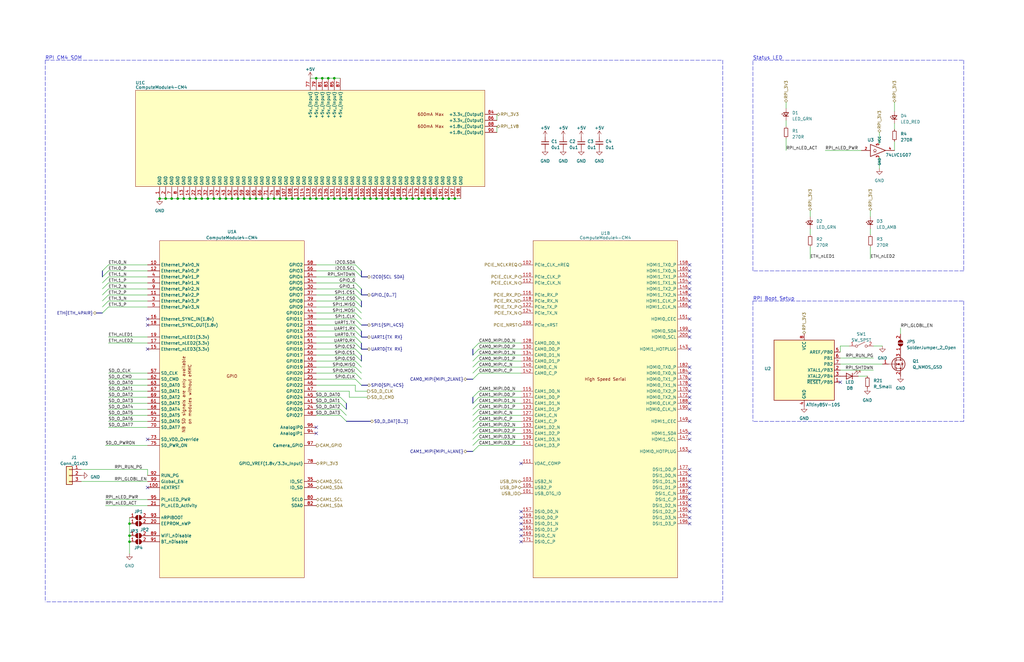
<source format=kicad_sch>
(kicad_sch (version 20210406) (generator eeschema)
  (paper "USLedger")
  (title_block (title "FlySensei RPi Stack - RPi CM4") (date "2021-05-24") (rev "0.1") (company "George Mason University"))
  (bus_alias "MIPI_4LANE" (members "D0_N" "D0_P" "D1_N" "D1_P" "D2_N" "D2_P" "D3_N" "D3_P" "C_N" "C_P"))
  (bus_alias "ETH_4PAIR" (members "0_N" "0_P" "1_N" "1_P" "2_N" "2_P" "3_N" "3_P"))
  (bus_alias "SPI_4CS" (members "MISO" "MOSI" "CLK" "CS0" "CS1" "CS2" "CS3"))
  (bus_alias "MIPI_2LANE" (members "D0_N" "D0_P" "D1_N" "D1_P" "C_N" "C_P"))
  (junction (at 54.61 220.98) (diameter 0.9144))
  (junction (at 54.61 226.06) (diameter 0.9144))
  (junction (at 54.61 228.6) (diameter 0.9144))
  (junction (at 67.31 83.82) (diameter 0.9144))
  (junction (at 69.85 83.82) (diameter 0.9144))
  (junction (at 72.39 83.82) (diameter 0.9144))
  (junction (at 74.93 83.82) (diameter 0.9144))
  (junction (at 77.47 83.82) (diameter 0.9144))
  (junction (at 80.01 83.82) (diameter 0.9144))
  (junction (at 82.55 83.82) (diameter 0.9144))
  (junction (at 85.09 83.82) (diameter 0.9144))
  (junction (at 87.63 83.82) (diameter 0.9144))
  (junction (at 90.17 83.82) (diameter 0.9144))
  (junction (at 92.71 83.82) (diameter 0.9144))
  (junction (at 95.25 83.82) (diameter 0.9144))
  (junction (at 97.79 83.82) (diameter 0.9144))
  (junction (at 100.33 83.82) (diameter 0.9144))
  (junction (at 102.87 83.82) (diameter 0.9144))
  (junction (at 105.41 83.82) (diameter 0.9144))
  (junction (at 107.95 83.82) (diameter 0.9144))
  (junction (at 110.49 83.82) (diameter 0.9144))
  (junction (at 113.03 83.82) (diameter 0.9144))
  (junction (at 115.57 83.82) (diameter 0.9144))
  (junction (at 118.11 83.82) (diameter 0.9144))
  (junction (at 120.65 83.82) (diameter 0.9144))
  (junction (at 123.19 83.82) (diameter 0.9144))
  (junction (at 125.73 83.82) (diameter 0.9144))
  (junction (at 128.27 83.82) (diameter 0.9144))
  (junction (at 130.81 83.82) (diameter 0.9144))
  (junction (at 133.35 33.02) (diameter 0.9144))
  (junction (at 133.35 83.82) (diameter 0.9144))
  (junction (at 135.89 33.02) (diameter 0.9144))
  (junction (at 135.89 83.82) (diameter 0.9144))
  (junction (at 138.43 33.02) (diameter 0.9144))
  (junction (at 138.43 83.82) (diameter 0.9144))
  (junction (at 140.97 33.02) (diameter 0.9144))
  (junction (at 140.97 83.82) (diameter 0.9144))
  (junction (at 143.51 83.82) (diameter 0.9144))
  (junction (at 146.05 83.82) (diameter 0.9144))
  (junction (at 148.59 83.82) (diameter 0.9144))
  (junction (at 151.13 83.82) (diameter 0.9144))
  (junction (at 153.67 83.82) (diameter 0.9144))
  (junction (at 156.21 83.82) (diameter 0.9144))
  (junction (at 158.75 83.82) (diameter 0.9144))
  (junction (at 161.29 83.82) (diameter 0.9144))
  (junction (at 163.83 83.82) (diameter 0.9144))
  (junction (at 166.37 83.82) (diameter 0.9144))
  (junction (at 168.91 83.82) (diameter 0.9144))
  (junction (at 171.45 83.82) (diameter 0.9144))
  (junction (at 173.99 83.82) (diameter 0.9144))
  (junction (at 176.53 83.82) (diameter 0.9144))
  (junction (at 179.07 83.82) (diameter 0.9144))
  (junction (at 181.61 83.82) (diameter 0.9144))
  (junction (at 184.15 83.82) (diameter 0.9144))
  (junction (at 186.69 83.82) (diameter 0.9144))
  (junction (at 189.23 83.82) (diameter 0.9144))
  (junction (at 191.77 83.82) (diameter 0.9144))
  (no_connect (at 62.23 134.62))
  (no_connect (at 62.23 137.16))
  (no_connect (at 62.23 147.32))
  (no_connect (at 62.23 185.42))
  (no_connect (at 62.23 205.74))
  (no_connect (at 133.35 180.34))
  (no_connect (at 133.35 182.88))
  (no_connect (at 219.71 195.58))
  (no_connect (at 219.71 215.9))
  (no_connect (at 219.71 218.44))
  (no_connect (at 219.71 220.98))
  (no_connect (at 219.71 223.52))
  (no_connect (at 219.71 226.06))
  (no_connect (at 219.71 228.6))
  (no_connect (at 290.83 111.76))
  (no_connect (at 290.83 114.3))
  (no_connect (at 290.83 116.84))
  (no_connect (at 290.83 119.38))
  (no_connect (at 290.83 121.92))
  (no_connect (at 290.83 124.46))
  (no_connect (at 290.83 127))
  (no_connect (at 290.83 129.54))
  (no_connect (at 290.83 134.62))
  (no_connect (at 290.83 139.7))
  (no_connect (at 290.83 142.24))
  (no_connect (at 290.83 147.32))
  (no_connect (at 290.83 154.94))
  (no_connect (at 290.83 157.48))
  (no_connect (at 290.83 160.02))
  (no_connect (at 290.83 162.56))
  (no_connect (at 290.83 165.1))
  (no_connect (at 290.83 167.64))
  (no_connect (at 290.83 170.18))
  (no_connect (at 290.83 172.72))
  (no_connect (at 290.83 177.8))
  (no_connect (at 290.83 182.88))
  (no_connect (at 290.83 185.42))
  (no_connect (at 290.83 190.5))
  (no_connect (at 290.83 198.12))
  (no_connect (at 290.83 200.66))
  (no_connect (at 290.83 203.2))
  (no_connect (at 290.83 205.74))
  (no_connect (at 290.83 208.28))
  (no_connect (at 290.83 210.82))
  (no_connect (at 290.83 213.36))
  (no_connect (at 290.83 215.9))
  (no_connect (at 290.83 218.44))
  (no_connect (at 290.83 220.98))
  (no_connect (at 354.33 161.29))
  (bus_entry (at 43.18 114.3) (size 2.54 -2.54) (stroke (width 0.1524)))
  (bus_entry (at 43.18 116.84) (size 2.54 -2.54) (stroke (width 0.1524)))
  (bus_entry (at 43.18 119.38) (size 2.54 -2.54) (stroke (width 0.1524)))
  (bus_entry (at 43.18 121.92) (size 2.54 -2.54) (stroke (width 0.1524)))
  (bus_entry (at 43.18 124.46) (size 2.54 -2.54) (stroke (width 0.1524)))
  (bus_entry (at 43.18 127) (size 2.54 -2.54) (stroke (width 0.1524)))
  (bus_entry (at 43.18 129.54) (size 2.54 -2.54) (stroke (width 0.1524)))
  (bus_entry (at 43.18 132.08) (size 2.54 -2.54) (stroke (width 0.1524)))
  (bus_entry (at 143.51 167.64) (size 2.54 2.54) (stroke (width 0.1524)))
  (bus_entry (at 143.51 170.18) (size 2.54 2.54) (stroke (width 0.1524)))
  (bus_entry (at 143.51 172.72) (size 2.54 2.54) (stroke (width 0.1524)))
  (bus_entry (at 143.51 175.26) (size 2.54 2.54) (stroke (width 0.1524)))
  (bus_entry (at 149.86 111.76) (size 2.54 2.54) (stroke (width 0.1524)))
  (bus_entry (at 149.86 114.3) (size 2.54 2.54) (stroke (width 0.1524)))
  (bus_entry (at 149.86 119.38) (size 2.54 2.54) (stroke (width 0.1524)))
  (bus_entry (at 149.86 121.92) (size 2.54 2.54) (stroke (width 0.1524)))
  (bus_entry (at 149.86 124.46) (size 2.54 2.54) (stroke (width 0.1524)))
  (bus_entry (at 149.86 127) (size 2.54 2.54) (stroke (width 0.1524)))
  (bus_entry (at 149.86 129.54) (size 2.54 2.54) (stroke (width 0.1524)))
  (bus_entry (at 149.86 132.08) (size 2.54 2.54) (stroke (width 0.1524)))
  (bus_entry (at 149.86 134.62) (size 2.54 2.54) (stroke (width 0.1524)))
  (bus_entry (at 149.86 137.16) (size 2.54 2.54) (stroke (width 0.1524)))
  (bus_entry (at 149.86 139.7) (size 2.54 2.54) (stroke (width 0.1524)))
  (bus_entry (at 149.86 142.24) (size 2.54 2.54) (stroke (width 0.1524)))
  (bus_entry (at 149.86 144.78) (size 2.54 2.54) (stroke (width 0.1524)))
  (bus_entry (at 149.86 147.32) (size 2.54 2.54) (stroke (width 0.1524)))
  (bus_entry (at 149.86 149.86) (size 2.54 2.54) (stroke (width 0.1524)))
  (bus_entry (at 149.86 152.4) (size 2.54 2.54) (stroke (width 0.1524)))
  (bus_entry (at 149.86 154.94) (size 2.54 2.54) (stroke (width 0.1524)))
  (bus_entry (at 149.86 157.48) (size 2.54 2.54) (stroke (width 0.1524)))
  (bus_entry (at 149.86 160.02) (size 2.54 2.54) (stroke (width 0.1524)))
  (bus_entry (at 199.39 147.32) (size 2.54 -2.54) (stroke (width 0.1524)))
  (bus_entry (at 199.39 149.86) (size 2.54 -2.54) (stroke (width 0.1524)))
  (bus_entry (at 199.39 152.4) (size 2.54 -2.54) (stroke (width 0.1524)))
  (bus_entry (at 199.39 154.94) (size 2.54 -2.54) (stroke (width 0.1524)))
  (bus_entry (at 199.39 157.48) (size 2.54 -2.54) (stroke (width 0.1524)))
  (bus_entry (at 199.39 160.02) (size 2.54 -2.54) (stroke (width 0.1524)))
  (bus_entry (at 199.39 167.64) (size 2.54 -2.54) (stroke (width 0.1524)))
  (bus_entry (at 199.39 170.18) (size 2.54 -2.54) (stroke (width 0.1524)))
  (bus_entry (at 199.39 172.72) (size 2.54 -2.54) (stroke (width 0.1524)))
  (bus_entry (at 199.39 175.26) (size 2.54 -2.54) (stroke (width 0.1524)))
  (bus_entry (at 199.39 177.8) (size 2.54 -2.54) (stroke (width 0.1524)))
  (bus_entry (at 199.39 180.34) (size 2.54 -2.54) (stroke (width 0.1524)))
  (bus_entry (at 199.39 182.88) (size 2.54 -2.54) (stroke (width 0.1524)))
  (bus_entry (at 199.39 185.42) (size 2.54 -2.54) (stroke (width 0.1524)))
  (bus_entry (at 199.39 187.96) (size 2.54 -2.54) (stroke (width 0.1524)))
  (bus_entry (at 199.39 190.5) (size 2.54 -2.54) (stroke (width 0.1524)))
  (wire (pts (xy 34.29 198.12) (xy 62.23 198.12)))
  (wire (pts (xy 34.29 203.2) (xy 62.23 203.2)))
  (wire (pts (xy 44.45 187.96) (xy 62.23 187.96)))
  (wire (pts (xy 44.45 210.82) (xy 62.23 210.82)))
  (wire (pts (xy 44.45 213.36) (xy 62.23 213.36)))
  (wire (pts (xy 45.72 111.76) (xy 62.23 111.76)))
  (wire (pts (xy 45.72 114.3) (xy 62.23 114.3)))
  (wire (pts (xy 45.72 116.84) (xy 62.23 116.84)))
  (wire (pts (xy 45.72 119.38) (xy 62.23 119.38)))
  (wire (pts (xy 45.72 121.92) (xy 62.23 121.92)))
  (wire (pts (xy 45.72 124.46) (xy 62.23 124.46)))
  (wire (pts (xy 45.72 127) (xy 62.23 127)))
  (wire (pts (xy 45.72 129.54) (xy 62.23 129.54)))
  (wire (pts (xy 45.72 142.24) (xy 62.23 142.24)))
  (wire (pts (xy 45.72 144.78) (xy 62.23 144.78)))
  (wire (pts (xy 45.72 157.48) (xy 62.23 157.48)))
  (wire (pts (xy 45.72 160.02) (xy 62.23 160.02)))
  (wire (pts (xy 45.72 162.56) (xy 62.23 162.56)))
  (wire (pts (xy 45.72 165.1) (xy 62.23 165.1)))
  (wire (pts (xy 45.72 167.64) (xy 62.23 167.64)))
  (wire (pts (xy 45.72 170.18) (xy 62.23 170.18)))
  (wire (pts (xy 45.72 172.72) (xy 62.23 172.72)))
  (wire (pts (xy 45.72 175.26) (xy 62.23 175.26)))
  (wire (pts (xy 45.72 177.8) (xy 62.23 177.8)))
  (wire (pts (xy 45.72 180.34) (xy 62.23 180.34)))
  (wire (pts (xy 54.61 220.98) (xy 54.61 218.44)))
  (wire (pts (xy 54.61 220.98) (xy 54.61 226.06)))
  (wire (pts (xy 54.61 226.06) (xy 54.61 228.6)))
  (wire (pts (xy 54.61 228.6) (xy 54.61 233.68)))
  (wire (pts (xy 62.23 200.66) (xy 62.23 198.12)))
  (wire (pts (xy 67.31 83.82) (xy 69.85 83.82)))
  (wire (pts (xy 69.85 83.82) (xy 72.39 83.82)))
  (wire (pts (xy 72.39 83.82) (xy 74.93 83.82)))
  (wire (pts (xy 74.93 83.82) (xy 77.47 83.82)))
  (wire (pts (xy 77.47 83.82) (xy 80.01 83.82)))
  (wire (pts (xy 80.01 83.82) (xy 82.55 83.82)))
  (wire (pts (xy 82.55 83.82) (xy 85.09 83.82)))
  (wire (pts (xy 85.09 83.82) (xy 87.63 83.82)))
  (wire (pts (xy 87.63 83.82) (xy 90.17 83.82)))
  (wire (pts (xy 90.17 83.82) (xy 92.71 83.82)))
  (wire (pts (xy 92.71 83.82) (xy 95.25 83.82)))
  (wire (pts (xy 95.25 83.82) (xy 97.79 83.82)))
  (wire (pts (xy 97.79 83.82) (xy 100.33 83.82)))
  (wire (pts (xy 100.33 83.82) (xy 102.87 83.82)))
  (wire (pts (xy 102.87 83.82) (xy 105.41 83.82)))
  (wire (pts (xy 105.41 83.82) (xy 107.95 83.82)))
  (wire (pts (xy 107.95 83.82) (xy 110.49 83.82)))
  (wire (pts (xy 110.49 83.82) (xy 113.03 83.82)))
  (wire (pts (xy 113.03 83.82) (xy 115.57 83.82)))
  (wire (pts (xy 115.57 83.82) (xy 118.11 83.82)))
  (wire (pts (xy 118.11 83.82) (xy 120.65 83.82)))
  (wire (pts (xy 120.65 83.82) (xy 123.19 83.82)))
  (wire (pts (xy 123.19 83.82) (xy 125.73 83.82)))
  (wire (pts (xy 125.73 83.82) (xy 128.27 83.82)))
  (wire (pts (xy 128.27 83.82) (xy 130.81 83.82)))
  (wire (pts (xy 130.81 33.02) (xy 133.35 33.02)))
  (wire (pts (xy 130.81 83.82) (xy 133.35 83.82)))
  (wire (pts (xy 133.35 33.02) (xy 135.89 33.02)))
  (wire (pts (xy 133.35 83.82) (xy 135.89 83.82)))
  (wire (pts (xy 133.35 111.76) (xy 149.86 111.76)))
  (wire (pts (xy 133.35 114.3) (xy 149.86 114.3)))
  (wire (pts (xy 133.35 116.84) (xy 149.86 116.84)))
  (wire (pts (xy 133.35 119.38) (xy 149.86 119.38)))
  (wire (pts (xy 133.35 121.92) (xy 149.86 121.92)))
  (wire (pts (xy 133.35 124.46) (xy 149.86 124.46)))
  (wire (pts (xy 133.35 127) (xy 149.86 127)))
  (wire (pts (xy 133.35 129.54) (xy 149.86 129.54)))
  (wire (pts (xy 133.35 132.08) (xy 149.86 132.08)))
  (wire (pts (xy 133.35 134.62) (xy 149.86 134.62)))
  (wire (pts (xy 133.35 137.16) (xy 149.86 137.16)))
  (wire (pts (xy 133.35 139.7) (xy 149.86 139.7)))
  (wire (pts (xy 133.35 142.24) (xy 149.86 142.24)))
  (wire (pts (xy 133.35 144.78) (xy 149.86 144.78)))
  (wire (pts (xy 133.35 147.32) (xy 149.86 147.32)))
  (wire (pts (xy 133.35 149.86) (xy 149.86 149.86)))
  (wire (pts (xy 133.35 152.4) (xy 149.86 152.4)))
  (wire (pts (xy 133.35 154.94) (xy 149.86 154.94)))
  (wire (pts (xy 133.35 157.48) (xy 149.86 157.48)))
  (wire (pts (xy 133.35 160.02) (xy 149.86 160.02)))
  (wire (pts (xy 133.35 162.56) (xy 149.86 162.56)))
  (wire (pts (xy 133.35 165.1) (xy 147.32 165.1)))
  (wire (pts (xy 133.35 167.64) (xy 143.51 167.64)))
  (wire (pts (xy 133.35 170.18) (xy 143.51 170.18)))
  (wire (pts (xy 133.35 172.72) (xy 143.51 172.72)))
  (wire (pts (xy 133.35 175.26) (xy 143.51 175.26)))
  (wire (pts (xy 135.89 33.02) (xy 138.43 33.02)))
  (wire (pts (xy 135.89 83.82) (xy 138.43 83.82)))
  (wire (pts (xy 138.43 33.02) (xy 140.97 33.02)))
  (wire (pts (xy 138.43 83.82) (xy 140.97 83.82)))
  (wire (pts (xy 140.97 33.02) (xy 143.51 33.02)))
  (wire (pts (xy 140.97 83.82) (xy 143.51 83.82)))
  (wire (pts (xy 143.51 83.82) (xy 146.05 83.82)))
  (wire (pts (xy 146.05 83.82) (xy 148.59 83.82)))
  (wire (pts (xy 147.32 167.64) (xy 147.32 165.1)))
  (wire (pts (xy 148.59 83.82) (xy 151.13 83.82)))
  (wire (pts (xy 149.86 162.56) (xy 149.86 165.1)))
  (wire (pts (xy 149.86 165.1) (xy 154.94 165.1)))
  (wire (pts (xy 151.13 83.82) (xy 153.67 83.82)))
  (wire (pts (xy 153.67 83.82) (xy 156.21 83.82)))
  (wire (pts (xy 154.94 167.64) (xy 147.32 167.64)))
  (wire (pts (xy 156.21 83.82) (xy 158.75 83.82)))
  (wire (pts (xy 158.75 83.82) (xy 161.29 83.82)))
  (wire (pts (xy 161.29 83.82) (xy 163.83 83.82)))
  (wire (pts (xy 163.83 83.82) (xy 166.37 83.82)))
  (wire (pts (xy 166.37 83.82) (xy 168.91 83.82)))
  (wire (pts (xy 168.91 83.82) (xy 171.45 83.82)))
  (wire (pts (xy 171.45 83.82) (xy 173.99 83.82)))
  (wire (pts (xy 173.99 83.82) (xy 176.53 83.82)))
  (wire (pts (xy 176.53 83.82) (xy 179.07 83.82)))
  (wire (pts (xy 179.07 83.82) (xy 181.61 83.82)))
  (wire (pts (xy 181.61 83.82) (xy 184.15 83.82)))
  (wire (pts (xy 184.15 83.82) (xy 186.69 83.82)))
  (wire (pts (xy 186.69 83.82) (xy 189.23 83.82)))
  (wire (pts (xy 189.23 83.82) (xy 191.77 83.82)))
  (wire (pts (xy 191.77 83.82) (xy 194.31 83.82)))
  (wire (pts (xy 201.93 144.78) (xy 219.71 144.78)))
  (wire (pts (xy 201.93 147.32) (xy 219.71 147.32)))
  (wire (pts (xy 201.93 149.86) (xy 219.71 149.86)))
  (wire (pts (xy 201.93 152.4) (xy 219.71 152.4)))
  (wire (pts (xy 201.93 154.94) (xy 219.71 154.94)))
  (wire (pts (xy 201.93 157.48) (xy 219.71 157.48)))
  (wire (pts (xy 201.93 165.1) (xy 219.71 165.1)))
  (wire (pts (xy 201.93 167.64) (xy 219.71 167.64)))
  (wire (pts (xy 201.93 170.18) (xy 219.71 170.18)))
  (wire (pts (xy 201.93 172.72) (xy 219.71 172.72)))
  (wire (pts (xy 201.93 175.26) (xy 219.71 175.26)))
  (wire (pts (xy 201.93 177.8) (xy 219.71 177.8)))
  (wire (pts (xy 201.93 180.34) (xy 219.71 180.34)))
  (wire (pts (xy 201.93 182.88) (xy 219.71 182.88)))
  (wire (pts (xy 201.93 185.42) (xy 219.71 185.42)))
  (wire (pts (xy 201.93 187.96) (xy 219.71 187.96)))
  (wire (pts (xy 209.55 48.26) (xy 209.55 50.8)))
  (wire (pts (xy 209.55 53.34) (xy 209.55 55.88)))
  (wire (pts (xy 331.47 43.18) (xy 331.47 45.72)))
  (wire (pts (xy 331.47 50.8) (xy 331.47 53.34)))
  (wire (pts (xy 331.47 58.42) (xy 331.47 63.5)))
  (wire (pts (xy 341.63 88.9) (xy 341.63 91.44)))
  (wire (pts (xy 341.63 96.52) (xy 341.63 99.06)))
  (wire (pts (xy 341.63 104.14) (xy 341.63 109.22)))
  (wire (pts (xy 347.98 63.5) (xy 363.22 63.5)))
  (wire (pts (xy 354.33 146.05) (xy 358.14 146.05)))
  (wire (pts (xy 354.33 148.59) (xy 354.33 146.05)))
  (wire (pts (xy 354.33 151.13) (xy 368.3 151.13)))
  (wire (pts (xy 354.33 153.67) (xy 372.11 153.67)))
  (wire (pts (xy 354.33 156.21) (xy 368.3 156.21)))
  (wire (pts (xy 361.95 158.75) (xy 365.76 158.75)))
  (wire (pts (xy 367.03 88.9) (xy 367.03 91.44)))
  (wire (pts (xy 367.03 96.52) (xy 367.03 99.06)))
  (wire (pts (xy 367.03 104.14) (xy 367.03 109.22)))
  (wire (pts (xy 368.3 146.05) (xy 372.11 146.05)))
  (wire (pts (xy 370.84 55.88) (xy 370.84 60.96)))
  (wire (pts (xy 370.84 66.04) (xy 370.84 71.12)))
  (wire (pts (xy 377.19 43.18) (xy 377.19 46.99)))
  (wire (pts (xy 377.19 52.07) (xy 377.19 54.61)))
  (wire (pts (xy 377.19 59.69) (xy 377.19 63.5)))
  (wire (pts (xy 379.73 138.43) (xy 379.73 140.97)))
  (bus (pts (xy 40.64 132.08) (xy 43.18 132.08)))
  (bus (pts (xy 43.18 114.3) (xy 43.18 132.08)))
  (bus (pts (xy 146.05 170.18) (xy 146.05 177.8)))
  (bus (pts (xy 146.05 177.8) (xy 156.21 177.8)))
  (bus (pts (xy 152.4 114.3) (xy 152.4 116.84)))
  (bus (pts (xy 152.4 116.84) (xy 154.94 116.84)))
  (bus (pts (xy 152.4 121.92) (xy 152.4 124.46)))
  (bus (pts (xy 152.4 124.46) (xy 154.94 124.46)))
  (bus (pts (xy 152.4 127) (xy 152.4 137.16)))
  (bus (pts (xy 152.4 137.16) (xy 154.94 137.16)))
  (bus (pts (xy 152.4 139.7) (xy 152.4 142.24)))
  (bus (pts (xy 152.4 142.24) (xy 154.94 142.24)))
  (bus (pts (xy 152.4 144.78) (xy 152.4 147.32)))
  (bus (pts (xy 152.4 147.32) (xy 154.94 147.32)))
  (bus (pts (xy 152.4 149.86) (xy 152.4 162.56)))
  (bus (pts (xy 152.4 162.56) (xy 154.94 162.56)))
  (bus (pts (xy 196.85 160.02) (xy 199.39 160.02)))
  (bus (pts (xy 196.85 190.5) (xy 199.39 190.5)))
  (bus (pts (xy 199.39 147.32) (xy 199.39 160.02)))
  (bus (pts (xy 199.39 167.64) (xy 199.39 190.5)))
  (polyline (pts (xy 19.05 25.4) (xy 19.05 254)) (stroke (width 0) (type dash)))
  (polyline (pts (xy 19.05 25.4) (xy 304.8 25.4)) (stroke (width 0) (type dash)))
  (polyline (pts (xy 304.8 25.4) (xy 304.8 254)) (stroke (width 0) (type dash)))
  (polyline (pts (xy 304.8 254) (xy 19.05 254)) (stroke (width 0) (type dash)))
  (polyline (pts (xy 317.5 25.4) (xy 406.4 25.4)) (stroke (width 0) (type dash)))
  (polyline (pts (xy 317.5 114.3) (xy 317.5 25.4)) (stroke (width 0) (type dash)))
  (polyline (pts (xy 317.5 127) (xy 317.5 177.8)) (stroke (width 0) (type dash)))
  (polyline (pts (xy 317.5 127) (xy 406.4 127)) (stroke (width 0) (type dash)))
  (polyline (pts (xy 406.4 25.4) (xy 406.4 114.3)) (stroke (width 0) (type dash)))
  (polyline (pts (xy 406.4 114.3) (xy 317.5 114.3)) (stroke (width 0) (type dash)))
  (polyline (pts (xy 406.4 127) (xy 406.4 177.8)) (stroke (width 0) (type dash)))
  (polyline (pts (xy 406.4 177.8) (xy 317.5 177.8)) (stroke (width 0) (type dash)))
  (text "RPI CM4 SOM\n" (at 19.05 25.4 0) (effects (font (size 1.5 1.5)) (justify left bottom)))
  (text "Status LED" (at 317.5 25.4 0) (effects (font (size 1.5 1.5)) (justify left bottom)))
  (text "RPI Boot Setup" (at 317.5 127 0) (effects (font (size 1.5 1.5)) (justify left bottom)))
  (label "SD_O_PWRON" (at 44.45 187.96 0))
  (label "RPI_nLED_PWR" (at 44.45 210.82 0))
  (label "RPI_nLED_ACT" (at 44.45 213.36 0))
  (label "ETH.0_N" (at 45.72 111.76 0))
  (label "ETH.0_P" (at 45.72 114.3 0))
  (label "ETH.1_N" (at 45.72 116.84 0))
  (label "ETH.1_P" (at 45.72 119.38 0))
  (label "ETH.2_N" (at 45.72 121.92 0))
  (label "ETH.2_P" (at 45.72 124.46 0))
  (label "ETH.3_N" (at 45.72 127 0))
  (label "ETH.3_P" (at 45.72 129.54 0))
  (label "ETH_nLED1" (at 45.72 142.24 0))
  (label "ETH_nLED2" (at 45.72 144.78 0))
  (label "SD_O_CLK" (at 45.72 157.48 0))
  (label "SD_O_CMD" (at 45.72 160.02 0))
  (label "SD_O_DAT0" (at 45.72 162.56 0))
  (label "SD_O_DAT1" (at 45.72 165.1 0))
  (label "SD_O_DAT2" (at 45.72 167.64 0))
  (label "SD_O_DAT3" (at 45.72 170.18 0))
  (label "SD_O_DAT4" (at 45.72 172.72 0))
  (label "SD_O_DAT5" (at 45.72 175.26 0))
  (label "SD_O_DAT6" (at 45.72 177.8 0))
  (label "SD_O_DAT7" (at 45.72 180.34 0))
  (label "RPI_RUN_PG" (at 48.26 198.12 0))
  (label "RPI_GLOBL_EN" (at 48.26 203.2 0))
  (label "SD_D_DAT0" (at 143.51 167.64 180))
  (label "SD_D_DAT1" (at 143.51 170.18 180))
  (label "SD_D_DAT2" (at 143.51 172.72 180))
  (label "SD_D_DAT3" (at 143.51 175.26 180))
  (label "I2C0.SDA" (at 149.86 111.76 180))
  (label "I2C0.SCL" (at 149.86 114.3 180))
  (label "RPI_SHTDWN" (at 149.86 116.84 180))
  (label "GPIO_0" (at 149.86 119.38 180))
  (label "GPIO_1" (at 149.86 121.92 180))
  (label "SPI1.CS1" (at 149.86 124.46 180))
  (label "SPI1.CS0" (at 149.86 127 180))
  (label "SPI1.MISO" (at 149.86 129.54 180))
  (label "SPI1.MOSI" (at 149.86 132.08 180))
  (label "SPI1.CLK" (at 149.86 134.62 180))
  (label "UART1.TX" (at 149.86 137.16 180))
  (label "UART1.RX" (at 149.86 139.7 180))
  (label "UART0.TX" (at 149.86 142.24 180))
  (label "UART0.RX" (at 149.86 144.78 180))
  (label "SPI0.CS2" (at 149.86 147.32 180))
  (label "SPI0.CS1" (at 149.86 149.86 180))
  (label "SPI0.CS0" (at 149.86 152.4 180))
  (label "SPI0.MISO" (at 149.86 154.94 180))
  (label "SPI0.MOSI" (at 149.86 157.48 180))
  (label "SPI0.CLK" (at 149.86 160.02 180))
  (label "CAM0_MIPI.D0_N" (at 201.93 144.78 0))
  (label "CAM0_MIPI.D0_P" (at 201.93 147.32 0))
  (label "CAM0_MIPI.D1_N" (at 201.93 149.86 0))
  (label "CAM0_MIPI.D1_P" (at 201.93 152.4 0))
  (label "CAM0_MIPI.C_N" (at 201.93 154.94 0))
  (label "CAM0_MIPI.C_P" (at 201.93 157.48 0))
  (label "CAM1_MIPI.D0_N" (at 201.93 165.1 0))
  (label "CAM1_MIPI.D0_P" (at 201.93 167.64 0))
  (label "CAM1_MIPI.D1_N" (at 201.93 170.18 0))
  (label "CAM1_MIPI.D1_P" (at 201.93 172.72 0))
  (label "CAM1_MIPI.C_N" (at 201.93 175.26 0))
  (label "CAM1_MIPI.C_P" (at 201.93 177.8 0))
  (label "CAM1_MIPI.D2_N" (at 201.93 180.34 0))
  (label "CAM1_MIPI.D2_P" (at 201.93 182.88 0))
  (label "CAM1_MIPI.D3_N" (at 201.93 185.42 0))
  (label "CAM1_MIPI.D3_P" (at 201.93 187.96 0))
  (label "RPI_nLED_ACT" (at 331.47 63.5 0))
  (label "ETH_nLED1" (at 341.63 109.22 0))
  (label "RPI_nLED_PWR" (at 347.98 63.5 0))
  (label "ETH_nLED2" (at 367.03 109.22 0))
  (label "RPI_RUN_PG" (at 368.3 151.13 180))
  (label "RPI_SHTDWN" (at 368.3 156.21 180))
  (label "RPI_GLOBL_EN" (at 379.73 138.43 0))
  (hierarchical_label "ETH{ETH_4PAIR}" (shape bidirectional) (at 40.64 132.08 180))
  (hierarchical_label "CAM_GPIO" (shape output) (at 133.35 187.96 0))
  (hierarchical_label "RPI_3V3" (shape bidirectional) (at 133.35 195.58 0))
  (hierarchical_label "CAM0_SCL" (shape bidirectional) (at 133.35 203.2 0))
  (hierarchical_label "CAM0_SDA" (shape bidirectional) (at 133.35 205.74 0))
  (hierarchical_label "CAM1_SCL" (shape bidirectional) (at 133.35 210.82 0))
  (hierarchical_label "CAM1_SDA" (shape bidirectional) (at 133.35 213.36 0))
  (hierarchical_label "I2C0{SCL SDA}" (shape bidirectional) (at 154.94 116.84 0))
  (hierarchical_label "GPIO_[0..7]" (shape bidirectional) (at 154.94 124.46 0))
  (hierarchical_label "SPI1{SPI_4CS}" (shape bidirectional) (at 154.94 137.16 0))
  (hierarchical_label "UART1{TX RX}" (shape bidirectional) (at 154.94 142.24 0))
  (hierarchical_label "UART0{TX RX}" (shape bidirectional) (at 154.94 147.32 0))
  (hierarchical_label "SPI0{SPI_4CS}" (shape bidirectional) (at 154.94 162.56 0))
  (hierarchical_label "SD_D_CLK" (shape output) (at 154.94 165.1 0))
  (hierarchical_label "SD_D_CMD" (shape output) (at 154.94 167.64 0))
  (hierarchical_label "SD_D_DAT[0..3]" (shape bidirectional) (at 156.21 177.8 0))
  (hierarchical_label "CAM0_MIPI{MIPI_2LANE}" (shape bidirectional) (at 196.85 160.02 180))
  (hierarchical_label "CAM1_MIPI{MIPI_4LANE}" (shape bidirectional) (at 196.85 190.5 180))
  (hierarchical_label "RPI_3V3" (shape bidirectional) (at 209.55 48.26 0))
  (hierarchical_label "RPI_1V8" (shape bidirectional) (at 209.55 53.34 0))
  (hierarchical_label "PCIE_NCLKREQ" (shape output) (at 219.71 111.76 180))
  (hierarchical_label "PCIE_CLK_P" (shape output) (at 219.71 116.84 180))
  (hierarchical_label "PCIE_CLK_N" (shape output) (at 219.71 119.38 180))
  (hierarchical_label "PCIE_RX_P" (shape input) (at 219.71 124.46 180))
  (hierarchical_label "PCIE_RX_N" (shape input) (at 219.71 127 180))
  (hierarchical_label "PCIE_TX_P" (shape output) (at 219.71 129.54 180))
  (hierarchical_label "PCIE_TX_N" (shape output) (at 219.71 132.08 180))
  (hierarchical_label "PCIE_NRST" (shape output) (at 219.71 137.16 180))
  (hierarchical_label "USB_DN" (shape bidirectional) (at 219.71 203.2 180))
  (hierarchical_label "USB_DP" (shape bidirectional) (at 219.71 205.74 180))
  (hierarchical_label "USB_ID" (shape input) (at 219.71 208.28 180))
  (hierarchical_label "RPI_3V3" (shape bidirectional) (at 331.47 43.18 90))
  (hierarchical_label "RPI_3V3" (shape bidirectional) (at 339.09 140.97 90))
  (hierarchical_label "RPI_3V3" (shape bidirectional) (at 341.63 88.9 90))
  (hierarchical_label "RPI_3V3" (shape bidirectional) (at 367.03 88.9 90))
  (hierarchical_label "RPI_3V3" (shape bidirectional) (at 370.84 55.88 90))
  (hierarchical_label "RPI_3V3" (shape bidirectional) (at 377.19 43.18 90))
  (symbol (lib_id "power:+5V") (at 130.81 33.02 0) (unit 1)
    (property "Reference" "#PWR0117" (effects hide))
    (property "Value" "+5V" (at 130.81 29.21 0))
  )
  (symbol (lib_id "power:+5V") (at 229.87 57.785 0) (unit 1)
    (property "Reference" "#PWR0109" (effects hide))
    (property "Value" "+5V" (at 229.87 53.975 0))
  )
  (symbol (lib_id "power:+5V") (at 237.49 57.785 0) (unit 1)
    (property "Reference" "#PWR0112" (effects hide))
    (property "Value" "+5V" (at 237.49 53.975 0))
  )
  (symbol (lib_id "power:+5V") (at 245.11 57.785 0) (unit 1)
    (property "Reference" "#PWR0105" (effects hide))
    (property "Value" "+5V" (at 245.11 53.975 0))
  )
  (symbol (lib_id "power:+5V") (at 252.73 57.785 0) (unit 1)
    (property "Reference" "#PWR0108" (effects hide))
    (property "Value" "+5V" (at 252.73 53.975 0))
  )
  (symbol (lib_id "power:GND") (at 34.29 200.66 90) (unit 1)
    (property "Reference" "#PWR0124" (effects hide))
    (property "Value" "GND" (at 38.1 201.2949 90) (effects (justify right)))
  )
  (symbol (lib_id "power:GND") (at 54.61 233.68 0) (unit 1)
    (property "Reference" "#PWR0123" (effects hide))
    (property "Value" "GND" (at 54.61 238.76 0))
  )
  (symbol (lib_id "power:GND") (at 67.31 83.82 0) (unit 1)
    (property "Reference" "#PWR0121" (effects hide))
    (property "Value" "GND" (at 67.31 88.9 0))
  )
  (symbol (lib_id "power:GND") (at 229.87 62.865 0) (unit 1)
    (property "Reference" "#PWR0110" (effects hide))
    (property "Value" "GND" (at 229.87 67.945 0))
  )
  (symbol (lib_id "power:GND") (at 237.49 62.865 0) (unit 1)
    (property "Reference" "#PWR0111" (effects hide))
    (property "Value" "GND" (at 237.49 67.945 0))
  )
  (symbol (lib_id "power:GND") (at 245.11 62.865 0) (unit 1)
    (property "Reference" "#PWR0106" (effects hide))
    (property "Value" "GND" (at 245.11 67.945 0))
  )
  (symbol (lib_id "power:GND") (at 252.73 62.865 0) (unit 1)
    (property "Reference" "#PWR0107" (effects hide))
    (property "Value" "GND" (at 252.73 67.945 0))
  )
  (symbol (lib_id "power:GND") (at 339.09 171.45 0) (unit 1)
    (property "Reference" "#PWR0115" (effects hide))
    (property "Value" "GND" (at 339.09 176.53 0))
  )
  (symbol (lib_id "power:GND") (at 365.76 163.83 0) (unit 1)
    (property "Reference" "#PWR0189" (effects hide))
    (property "Value" "GND" (at 365.76 168.91 0))
  )
  (symbol (lib_id "power:GND") (at 370.84 71.12 0) (unit 1)
    (property "Reference" "#PWR0116" (effects hide))
    (property "Value" "GND" (at 370.84 76.2 0))
  )
  (symbol (lib_id "power:GND") (at 372.11 146.05 0) (unit 1)
    (property "Reference" "#PWR0114" (effects hide))
    (property "Value" "GND" (at 372.11 151.13 0))
  )
  (symbol (lib_id "power:GND") (at 379.73 158.75 0) (unit 1)
    (property "Reference" "#PWR0113" (effects hide))
    (property "Value" "GND" (at 379.73 163.83 0))
  )
  (symbol (lib_id "Device:R_Small") (at 331.47 55.88 0) (unit 1)
    (property "Reference" "R1" (at 334.01 55.2449 0) (effects (justify left)))
    (property "Value" "270R" (at 334.01 57.7849 0) (effects (justify left)))
  )
  (symbol (lib_id "Device:R_Small") (at 341.63 101.6 0) (unit 1)
    (property "Reference" "R2" (at 344.17 100.9649 0) (effects (justify left)))
    (property "Value" "270R" (at 344.17 103.5049 0) (effects (justify left)))
  )
  (symbol (lib_id "Device:R_Small") (at 365.76 161.29 0) (unit 1)
    (property "Reference" "R21" (at 368.3 160.6549 0) (effects (justify left)))
    (property "Value" "R_Small" (at 368.3 163.1949 0) (effects (justify left)))
  )
  (symbol (lib_id "Device:R_Small") (at 367.03 101.6 0) (unit 1)
    (property "Reference" "R3" (at 369.57 100.9649 0) (effects (justify left)))
    (property "Value" "270R" (at 369.57 103.5049 0) (effects (justify left)))
  )
  (symbol (lib_id "Device:R_Small") (at 377.19 57.15 0) (unit 1)
    (property "Reference" "R4" (at 379.73 56.5149 0) (effects (justify left)))
    (property "Value" "270R" (at 379.73 59.0549 0) (effects (justify left)))
  )
  (symbol (lib_id "Jumper:SolderJumper_2_Open") (at 58.42 218.44 0) (unit 1)
    (property "Reference" "JP1" (at 58.42 215.9 0))
    (property "Value" "SolderJumper_2_Open" (effects hide))
  )
  (symbol (lib_id "Jumper:SolderJumper_2_Open") (at 58.42 220.98 0) (unit 1)
    (property "Reference" "JP2" (at 60.96 223.52 0))
    (property "Value" "SolderJumper_2_Open" (effects hide))
  )
  (symbol (lib_id "Jumper:SolderJumper_2_Open") (at 58.42 226.06 0) (unit 1)
    (property "Reference" "JP3" (at 56.515 224.155 0))
    (property "Value" "SolderJumper_2_Open" (effects hide))
  )
  (symbol (lib_id "Jumper:SolderJumper_2_Open") (at 58.42 228.6 0) (unit 1)
    (property "Reference" "JP4" (at 58.42 231.14 0))
    (property "Value" "SolderJumper_2_Open" (effects hide))
  )
  (symbol (lib_id "Jumper:SolderJumper_2_Open") (at 379.73 144.78 90) (unit 1)
    (property "Reference" "JP5" (at 382.27 144.1449 90) (effects (justify right)))
    (property "Value" "SolderJumper_2_Open" (at 382.27 146.6849 90) (effects (justify right)))
  )
  (symbol (lib_id "Device:LED_Small") (at 331.47 48.26 90) (unit 1)
    (property "Reference" "D1" (at 334.01 47.6249 90) (effects (justify right)))
    (property "Value" "LED_GRN" (at 334.01 50.1649 90) (effects (justify right)))
  )
  (symbol (lib_id "Device:LED_Small") (at 341.63 93.98 90) (unit 1)
    (property "Reference" "D2" (at 344.17 93.3449 90) (effects (justify right)))
    (property "Value" "LED_GRN" (at 344.17 95.8849 90) (effects (justify right)))
  )
  (symbol (lib_id "Device:LED_Small") (at 367.03 93.98 90) (unit 1)
    (property "Reference" "D3" (at 369.57 93.3449 90) (effects (justify right)))
    (property "Value" "LED_AMB" (at 369.57 95.8849 90) (effects (justify right)))
  )
  (symbol (lib_id "Device:LED_Small") (at 377.19 49.53 90) (unit 1)
    (property "Reference" "D4" (at 379.73 48.8949 90) (effects (justify right)))
    (property "Value" "LED_RED" (at 379.73 51.4349 90) (effects (justify right)))
  )
  (symbol (lib_id "Device:C_Small") (at 229.87 60.325 0) (unit 1)
    (property "Reference" "C1" (at 232.41 59.6899 0) (effects (justify left)))
    (property "Value" "0u1" (at 232.41 62.2299 0) (effects (justify left)))
  )
  (symbol (lib_id "Device:C_Small") (at 237.49 60.325 0) (unit 1)
    (property "Reference" "C2" (at 240.03 59.6899 0) (effects (justify left)))
    (property "Value" "0u1" (at 240.03 62.2299 0) (effects (justify left)))
  )
  (symbol (lib_id "Device:C_Small") (at 245.11 60.325 0) (unit 1)
    (property "Reference" "C3" (at 247.65 59.6899 0) (effects (justify left)))
    (property "Value" "0u1" (at 247.65 62.2299 0) (effects (justify left)))
  )
  (symbol (lib_id "Device:C_Small") (at 252.73 60.325 0) (unit 1)
    (property "Reference" "C4" (at 255.27 59.6899 0) (effects (justify left)))
    (property "Value" "0u1" (at 255.27 62.2299 0) (effects (justify left)))
  )
  (symbol (lib_id "Switch:SW_SPST") (at 363.22 146.05 0) (unit 1)
    (property "Reference" "SW1" (at 363.22 140.97 0))
    (property "Value" "SW_SPST" (at 363.22 143.51 0))
  )
  (symbol (lib_id "Device:LED") (at 358.14 158.75 180) (unit 1)
    (property "Reference" "D8" (at 358.3305 163.83 0))
    (property "Value" "LED" (at 358.3305 161.29 0))
  )
  (symbol (lib_id "Connector_Generic:Conn_01x03") (at 29.21 200.66 0) (mirror y) (unit 1)
    (property "Reference" "J1" (at 31.242 193.04 0))
    (property "Value" "Conn_01x03" (at 31.242 195.58 0))
  )
  (symbol (lib_id "RPi_CM4IO:74LVC1G07") (at 370.84 63.5 0) (unit 1)
    (property "Reference" "U3" (at 365.76 59.0549 0) (effects (justify left)))
    (property "Value" "74LVC1G07" (at 373.38 65.4049 0) (effects (justify left)))
    (property "Footprint" "Package_TO_SOT_SMD:SOT-353_SC-70-5" (effects hide))
    (property "Datasheet" "http://www.ti.com/lit/sg/scyt129e/scyt129e.pdf" (effects hide))
  )
  (symbol (lib_id "Device:Q_NMOS_GSD") (at 377.19 153.67 0) (unit 1)
    (property "Reference" "Q1" (at 384.81 152.4 0) (effects (justify left)))
    (property "Value" "Q_NMOS_GSD" (at 384.81 154.94 0) (effects (justify left)))
    (property "Footprint" "Package_TO_SOT_SMD:SOT-23" (effects hide))
  )
  (symbol (lib_id "MCU_Microchip_ATtiny:ATtiny85V-10S") (at 339.09 156.21 0) (unit 1)
    (property "Reference" "U2" (at 325.12 155.5749 0) (effects (justify right)))
    (property "Value" "ATtiny85V-10S" (at 354.33 170.8149 0) (effects (justify right)))
    (property "Footprint" "Package_SO:SOIC-8W_5.3x5.3mm_P1.27mm" (effects hide))
    (property "Datasheet" "http://ww1.microchip.com/downloads/en/DeviceDoc/atmel-2586-avr-8-bit-microcontroller-attiny25-attiny45-attiny85_datasheet.pdf" (effects hide))
  )
  (symbol (lib_id "RPi_CM4IO:ComputeModule4-CM4") (at 130.81 58.42 0) (unit 3)
    (property "Reference" "U1" (at 57.15 34.9249 0) (effects (justify left)))
    (property "Value" "ComputeModule4-CM4" (at 57.15 36.8299 0) (effects (justify left)))
    (property "Footprint" "RPi_CM4IO:Raspberry-Pi-4-Compute-Module" (effects hide))
    (property "Datasheet" "https://datasheets.raspberrypi.org/cm4/cm4-datasheet.pdf" (effects hide))
    (property "Field4" "Hirose" (effects hide))
    (property "Field5" "2x DF40C-100DS-0.4V" (effects hide))
  )
  (symbol (lib_name "RPi_CM4IO:ComputeModule4-CM4_1") (lib_id "RPi_CM4IO:ComputeModule4-CM4") (at 97.79 165.1 0) (unit 1)
    (property "Reference" "U1" (at 97.79 97.79 0))
    (property "Value" "ComputeModule4-CM4" (at 97.79 100.33 0))
    (property "Footprint" "RPi_CM4IO:Raspberry-Pi-4-Compute-Module" (effects hide))
    (property "Datasheet" "https://datasheets.raspberrypi.org/cm4/cm4-datasheet.pdf" (effects hide))
    (property "Field4" "Hirose" (effects hide))
    (property "Field5" "2x DF40C-100DS-0.4V" (effects hide))
  )
  (symbol (lib_id "RPi_CM4IO:ComputeModule4-CM4") (at 255.27 167.64 0) (unit 2)
    (property "Reference" "U1" (at 255.27 98.425 0))
    (property "Value" "ComputeModule4-CM4" (at 255.27 100.33 0))
    (property "Footprint" "RPi_CM4IO:Raspberry-Pi-4-Compute-Module" (effects hide))
    (property "Datasheet" "https://datasheets.raspberrypi.org/cm4/cm4-datasheet.pdf" (effects hide))
    (property "Field4" "Hirose" (effects hide))
    (property "Field5" "2x DF40C-100DS-0.4V" (effects hide))
  )
)
</source>
